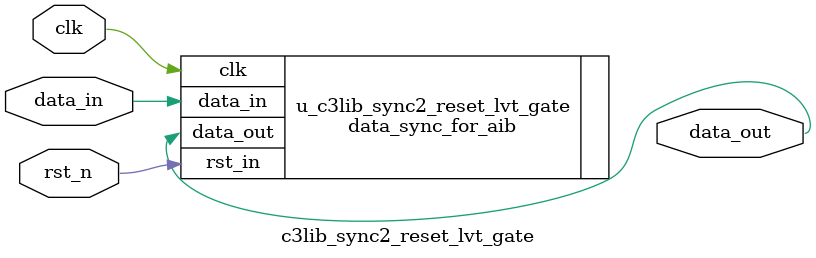
<source format=sv>

module c3lib_sync2_reset_lvt_gate( 

  clk, 
  rst_n, 
  data_in,
  data_out

  ); 

input		clk; 
input		rst_n; 
input		data_in;
output		data_out;
// AYAR RESET SYNC VERSION WITH 2 deep synchronizer to mimic the behavioral model below Chandru Ramamurthy!!
//  c3lib_sync_metastable_behav_gate #(
//
//    .RESET_VAL	( 0 ),
//    .SYNC_STAGES( 2 )
//
//  ) u_c3lib_sync2_reset_lvt_gate ( 
//
//    .clk	( clk      ),
//    .rst_n	( rst_n    ),
//    .data_in	( data_in  ),
//    .data_out	( data_out )
//
//  );

data_sync_for_aib # ( 
    .ActiveLow(1),
    .ResetVal(1'b0),
    .SyncRegWidth(2)
) u_c3lib_sync2_reset_lvt_gate ( 
    .clk    ( clk      ),
    .rst_in (rst_n ),
    .data_in(data_in),
    .data_out   ( data_out )
);


endmodule 


</source>
